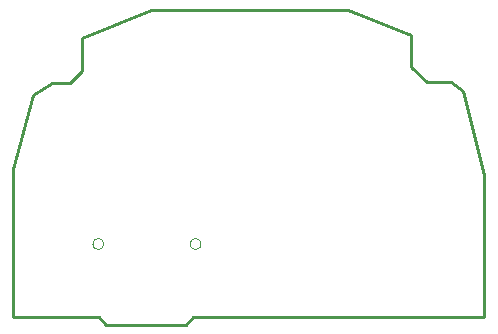
<source format=gbp>
G75*
G70*
%OFA0B0*%
%FSLAX24Y24*%
%IPPOS*%
%LPD*%
%AMOC8*
5,1,8,0,0,1.08239X$1,22.5*
%
%ADD10C,0.0100*%
%ADD11C,0.0000*%
D10*
X003490Y003381D02*
X003740Y003131D01*
X006390Y003131D01*
X006640Y003381D01*
X016340Y003381D01*
X016340Y008131D01*
X015640Y010931D01*
X015240Y011231D01*
X014440Y011231D01*
X013890Y011731D01*
X013890Y012781D01*
X011790Y013631D01*
X005240Y013631D01*
X002940Y012681D01*
X002940Y011581D01*
X002540Y011181D01*
X001940Y011181D01*
X001290Y010781D01*
X000640Y008331D01*
X000640Y003381D01*
X003490Y003381D01*
D11*
X003277Y005831D02*
X003279Y005857D01*
X003285Y005883D01*
X003294Y005907D01*
X003307Y005930D01*
X003324Y005950D01*
X003343Y005968D01*
X003365Y005983D01*
X003388Y005994D01*
X003413Y006002D01*
X003439Y006006D01*
X003465Y006006D01*
X003491Y006002D01*
X003516Y005994D01*
X003540Y005983D01*
X003561Y005968D01*
X003580Y005950D01*
X003597Y005930D01*
X003610Y005907D01*
X003619Y005883D01*
X003625Y005857D01*
X003627Y005831D01*
X003625Y005805D01*
X003619Y005779D01*
X003610Y005755D01*
X003597Y005732D01*
X003580Y005712D01*
X003561Y005694D01*
X003539Y005679D01*
X003516Y005668D01*
X003491Y005660D01*
X003465Y005656D01*
X003439Y005656D01*
X003413Y005660D01*
X003388Y005668D01*
X003364Y005679D01*
X003343Y005694D01*
X003324Y005712D01*
X003307Y005732D01*
X003294Y005755D01*
X003285Y005779D01*
X003279Y005805D01*
X003277Y005831D01*
X006527Y005831D02*
X006529Y005857D01*
X006535Y005883D01*
X006544Y005907D01*
X006557Y005930D01*
X006574Y005950D01*
X006593Y005968D01*
X006615Y005983D01*
X006638Y005994D01*
X006663Y006002D01*
X006689Y006006D01*
X006715Y006006D01*
X006741Y006002D01*
X006766Y005994D01*
X006790Y005983D01*
X006811Y005968D01*
X006830Y005950D01*
X006847Y005930D01*
X006860Y005907D01*
X006869Y005883D01*
X006875Y005857D01*
X006877Y005831D01*
X006875Y005805D01*
X006869Y005779D01*
X006860Y005755D01*
X006847Y005732D01*
X006830Y005712D01*
X006811Y005694D01*
X006789Y005679D01*
X006766Y005668D01*
X006741Y005660D01*
X006715Y005656D01*
X006689Y005656D01*
X006663Y005660D01*
X006638Y005668D01*
X006614Y005679D01*
X006593Y005694D01*
X006574Y005712D01*
X006557Y005732D01*
X006544Y005755D01*
X006535Y005779D01*
X006529Y005805D01*
X006527Y005831D01*
M02*

</source>
